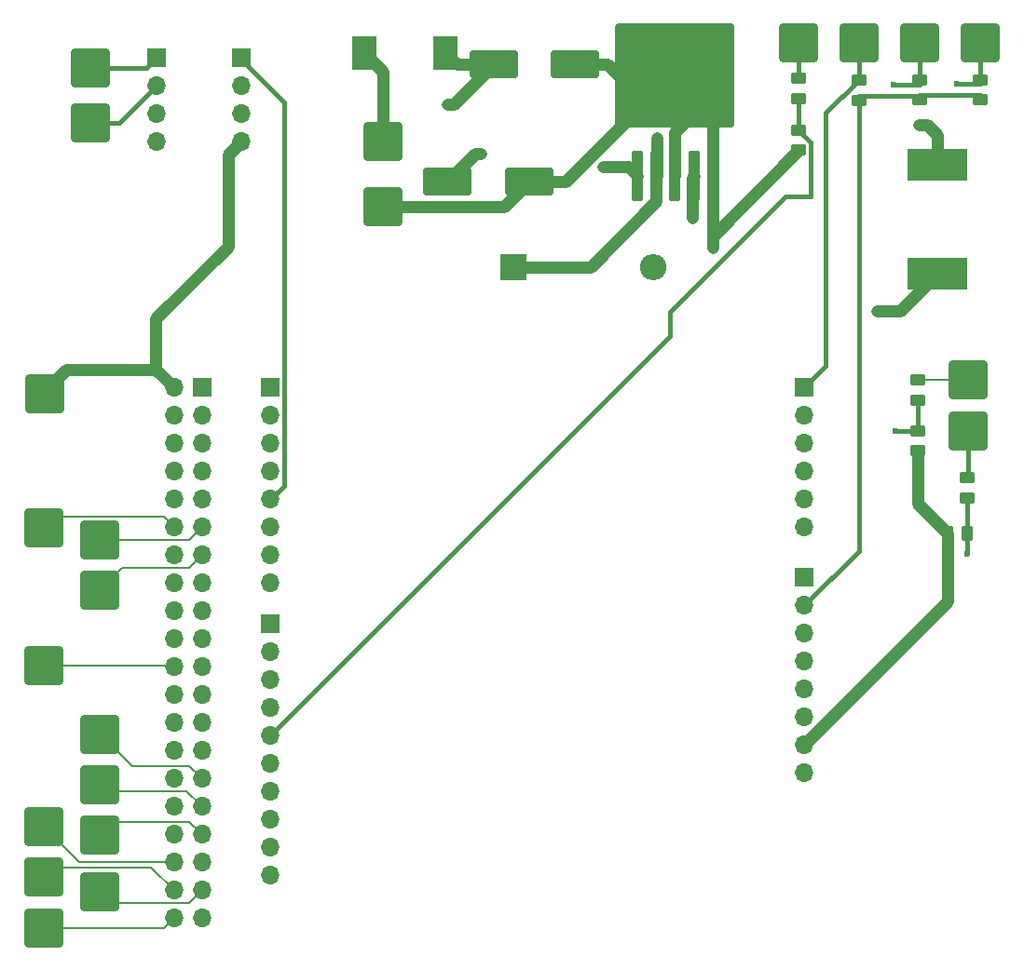
<source format=gbr>
%TF.GenerationSoftware,KiCad,Pcbnew,8.0.2*%
%TF.CreationDate,2024-06-28T22:02:35+02:00*%
%TF.ProjectId,Leiterkarte,4c656974-6572-46b6-9172-74652e6b6963,rev?*%
%TF.SameCoordinates,Original*%
%TF.FileFunction,Copper,L1,Top*%
%TF.FilePolarity,Positive*%
%FSLAX46Y46*%
G04 Gerber Fmt 4.6, Leading zero omitted, Abs format (unit mm)*
G04 Created by KiCad (PCBNEW 8.0.2) date 2024-06-28 22:02:35*
%MOMM*%
%LPD*%
G01*
G04 APERTURE LIST*
G04 Aperture macros list*
%AMRoundRect*
0 Rectangle with rounded corners*
0 $1 Rounding radius*
0 $2 $3 $4 $5 $6 $7 $8 $9 X,Y pos of 4 corners*
0 Add a 4 corners polygon primitive as box body*
4,1,4,$2,$3,$4,$5,$6,$7,$8,$9,$2,$3,0*
0 Add four circle primitives for the rounded corners*
1,1,$1+$1,$2,$3*
1,1,$1+$1,$4,$5*
1,1,$1+$1,$6,$7*
1,1,$1+$1,$8,$9*
0 Add four rect primitives between the rounded corners*
20,1,$1+$1,$2,$3,$4,$5,0*
20,1,$1+$1,$4,$5,$6,$7,0*
20,1,$1+$1,$6,$7,$8,$9,0*
20,1,$1+$1,$8,$9,$2,$3,0*%
G04 Aperture macros list end*
%TA.AperFunction,SMDPad,CuDef*%
%ADD10R,2.300000X3.100000*%
%TD*%
%TA.AperFunction,ComponentPad*%
%ADD11R,2.400000X2.400000*%
%TD*%
%TA.AperFunction,ComponentPad*%
%ADD12O,2.400000X2.400000*%
%TD*%
%TA.AperFunction,SMDPad,CuDef*%
%ADD13R,5.400000X2.900000*%
%TD*%
%TA.AperFunction,SMDPad,CuDef*%
%ADD14RoundRect,0.250000X-1.950000X-1.000000X1.950000X-1.000000X1.950000X1.000000X-1.950000X1.000000X0*%
%TD*%
%TA.AperFunction,ComponentPad*%
%ADD15RoundRect,0.250002X-1.499998X-1.499998X1.499998X-1.499998X1.499998X1.499998X-1.499998X1.499998X0*%
%TD*%
%TA.AperFunction,ComponentPad*%
%ADD16RoundRect,0.250002X1.499998X1.499998X-1.499998X1.499998X-1.499998X-1.499998X1.499998X-1.499998X0*%
%TD*%
%TA.AperFunction,SMDPad,CuDef*%
%ADD17RoundRect,0.250000X0.450000X-0.262500X0.450000X0.262500X-0.450000X0.262500X-0.450000X-0.262500X0*%
%TD*%
%TA.AperFunction,SMDPad,CuDef*%
%ADD18RoundRect,0.250000X-0.450000X0.262500X-0.450000X-0.262500X0.450000X-0.262500X0.450000X0.262500X0*%
%TD*%
%TA.AperFunction,ComponentPad*%
%ADD19O,1.700000X1.700000*%
%TD*%
%TA.AperFunction,ComponentPad*%
%ADD20R,1.700000X1.700000*%
%TD*%
%TA.AperFunction,SMDPad,CuDef*%
%ADD21RoundRect,0.250000X0.262500X0.450000X-0.262500X0.450000X-0.262500X-0.450000X0.262500X-0.450000X0*%
%TD*%
%TA.AperFunction,SMDPad,CuDef*%
%ADD22RoundRect,0.250000X0.300000X-2.050000X0.300000X2.050000X-0.300000X2.050000X-0.300000X-2.050000X0*%
%TD*%
%TA.AperFunction,SMDPad,CuDef*%
%ADD23RoundRect,0.250000X2.375000X-2.025000X2.375000X2.025000X-2.375000X2.025000X-2.375000X-2.025000X0*%
%TD*%
%TA.AperFunction,SMDPad,CuDef*%
%ADD24RoundRect,0.250002X5.149998X-4.449998X5.149998X4.449998X-5.149998X4.449998X-5.149998X-4.449998X0*%
%TD*%
%TA.AperFunction,ViaPad*%
%ADD25C,0.600000*%
%TD*%
%TA.AperFunction,Conductor*%
%ADD26C,1.100000*%
%TD*%
%TA.AperFunction,Conductor*%
%ADD27C,0.200000*%
%TD*%
%TA.AperFunction,Conductor*%
%ADD28C,0.400000*%
%TD*%
G04 APERTURE END LIST*
D10*
%TO.P,F2,1*%
%TO.N,BOARD_VIN*%
X126300000Y-63775000D03*
%TO.P,F2,2*%
%TO.N,Net-(U1-VIN)*%
X133700000Y-63775000D03*
%TD*%
D11*
%TO.P,D2,1,K*%
%TO.N,Net-(D2-K)*%
X139850000Y-83200000D03*
D12*
%TO.P,D2,2,A*%
%TO.N,BRD_GND*%
X152550000Y-83200000D03*
%TD*%
D13*
%TO.P,L1,1,1*%
%TO.N,Net-(D2-K)*%
X178400000Y-73900000D03*
%TO.P,L1,2,2*%
%TO.N,5V_OUT*%
X178400000Y-83800000D03*
%TD*%
D14*
%TO.P,C2,2*%
%TO.N,BRD_GND*%
X141300000Y-75400000D03*
%TO.P,C2,1*%
%TO.N,5V_OUT*%
X133900000Y-75400000D03*
%TD*%
%TO.P,C1,1*%
%TO.N,Net-(U1-VIN)*%
X138100000Y-64800000D03*
%TO.P,C1,2*%
%TO.N,BRD_GND*%
X145500000Y-64800000D03*
%TD*%
D15*
%TO.P,RBLINK_1,1,Pin_1*%
%TO.N,RBLINK_In*%
X181200000Y-98100000D03*
%TD*%
%TO.P,VIN1,1,Pin_1*%
%TO.N,BOARD_VIN*%
X128000000Y-71800000D03*
%TD*%
%TO.P,GND1,1,Pin_1*%
%TO.N,BRD_GND*%
X128000000Y-77700000D03*
%TD*%
%TO.P,J27,1,Pin_1*%
%TO.N,Net-(J27-Pin_1)*%
X97200000Y-143300000D03*
%TD*%
%TO.P,J26,1,Pin_1*%
%TO.N,Net-(J26-Pin_1)*%
X97200000Y-138700000D03*
%TD*%
%TO.P,J25,1,Pin_1*%
%TO.N,Net-(J25-Pin_1)*%
X97200000Y-134100000D03*
%TD*%
%TO.P,J24,1,Pin_1*%
%TO.N,Net-(J24-Pin_1)*%
X97200000Y-119500000D03*
%TD*%
%TO.P,J23,1,Pin_1*%
%TO.N,Net-(J23-Pin_1)*%
X97200000Y-106900000D03*
%TD*%
%TO.P,J21,1,Pin_1*%
%TO.N,5V_OUT*%
X97300000Y-94700000D03*
%TD*%
%TO.P,J20,1,Pin_1*%
%TO.N,Net-(J20-Pin_1)*%
X102300000Y-140000000D03*
%TD*%
%TO.P,J19,1,Pin_1*%
%TO.N,Net-(J19-Pin_1)*%
X102300000Y-134900000D03*
%TD*%
%TO.P,J18,1,Pin_1*%
%TO.N,Net-(J18-Pin_1)*%
X102300000Y-130300000D03*
%TD*%
%TO.P,J17,1,Pin_1*%
%TO.N,Net-(J17-Pin_1)*%
X102300000Y-125700000D03*
%TD*%
%TO.P,J16,1,Pin_1*%
%TO.N,Net-(J16-Pin_1)*%
X102300000Y-112600000D03*
%TD*%
%TO.P,J15,1,Pin_1*%
%TO.N,Net-(J15-Pin_1)*%
X102300000Y-108000000D03*
%TD*%
%TO.P,RPM_1,1,Pin_1*%
%TO.N,RPM_In*%
X165800000Y-62800000D03*
%TD*%
%TO.P,FUEL_1,1,Pin_1*%
%TO.N,FUEL_In*%
X171300000Y-62800000D03*
%TD*%
%TO.P,OIL_1,1,Pin_1*%
%TO.N,OIL_In*%
X176800000Y-62800000D03*
%TD*%
%TO.P,TEMP_1,1,Pin_1*%
%TO.N,TEMP_In*%
X182300000Y-62800000D03*
%TD*%
%TO.P,LBLINK_1,1,Pin_1*%
%TO.N,LBLINK_In*%
X181170000Y-93500000D03*
%TD*%
%TO.P,SPEED-_1,1,Pin_1*%
%TO.N,SPEED-_In*%
X101470000Y-65090000D03*
%TD*%
D16*
%TO.P,SPEED+_1,1,Pin_1*%
%TO.N,SPEED+_In*%
X101450000Y-70070000D03*
%TD*%
D17*
%TO.P,R5,2*%
%TO.N,TEMP_In*%
X182280000Y-66177500D03*
%TO.P,R5,1*%
%TO.N,ARD_5V*%
X182280000Y-68002500D03*
%TD*%
%TO.P,R4,2*%
%TO.N,OIL_In*%
X176780000Y-66197500D03*
%TO.P,R4,1*%
%TO.N,ARD_5V*%
X176780000Y-68022500D03*
%TD*%
%TO.P,R3,2*%
%TO.N,FUEL_In*%
X171270000Y-66207500D03*
%TO.P,R3,1*%
%TO.N,ARD_5V*%
X171270000Y-68032500D03*
%TD*%
D18*
%TO.P,R7,2*%
%TO.N,RBLINK_Out*%
X181160000Y-104185000D03*
%TO.P,R7,1*%
%TO.N,RBLINK_In*%
X181160000Y-102360000D03*
%TD*%
%TO.P,R6,2*%
%TO.N,LBLINK_Out*%
X176610000Y-95295000D03*
%TO.P,R6,1*%
%TO.N,LBLINK_In*%
X176610000Y-93470000D03*
%TD*%
D19*
%TO.P,J12,4,Pin_4*%
%TO.N,5V_OUT*%
X115170000Y-71795000D03*
%TO.P,J12,3,Pin_3*%
%TO.N,BRD_GND*%
X115170000Y-69255000D03*
%TO.P,J12,2,Pin_2*%
%TO.N,unconnected-(J12-Pin_2-Pad2)*%
X115170000Y-66715000D03*
D20*
%TO.P,J12,1,Pin_1*%
%TO.N,SPEED_Out*%
X115170000Y-64175000D03*
%TD*%
D21*
%TO.P,R9,2*%
%TO.N,BRD_GND*%
X179335000Y-107460000D03*
%TO.P,R9,1*%
%TO.N,RBLINK_Out*%
X181160000Y-107460000D03*
%TD*%
D22*
%TO.P,U1,5,~{ON}/OFF*%
%TO.N,BRD_GND*%
X157970000Y-74925000D03*
%TO.P,U1,4,FB*%
%TO.N,5V_OUT*%
X156270000Y-74925000D03*
D23*
%TO.P,U1,3,GND*%
%TO.N,BRD_GND*%
X157345000Y-63350000D03*
X151795000Y-63350000D03*
D24*
X154570000Y-65775000D03*
D23*
X157345000Y-68200000D03*
X151795000Y-68200000D03*
D22*
X154570000Y-74925000D03*
%TO.P,U1,2,OUT*%
%TO.N,Net-(D2-K)*%
X152870000Y-74925000D03*
%TO.P,U1,1,VIN*%
%TO.N,Net-(U1-VIN)*%
X151170000Y-74925000D03*
%TD*%
D18*
%TO.P,R1,2*%
%TO.N,RPM_Out*%
X165770000Y-67900000D03*
%TO.P,R1,1*%
%TO.N,RPM_In*%
X165770000Y-66075000D03*
%TD*%
%TO.P,R2,2*%
%TO.N,BRD_GND*%
X165770000Y-72600000D03*
%TO.P,R2,1*%
%TO.N,RPM_Out*%
X165770000Y-70775000D03*
%TD*%
%TO.P,R8,2*%
%TO.N,BRD_GND*%
X176620000Y-99935000D03*
%TO.P,R8,1*%
%TO.N,LBLINK_Out*%
X176620000Y-98110000D03*
%TD*%
D20*
%TO.P,J5,1,Pin_1*%
%TO.N,unconnected-(J5-Pin_1-Pad1)*%
X111570000Y-94175000D03*
D19*
%TO.P,J5,2,Pin_2*%
%TO.N,5V_OUT*%
X109030000Y-94175000D03*
%TO.P,J5,3,Pin_3*%
%TO.N,unconnected-(J5-Pin_3-Pad3)*%
X111570000Y-96715000D03*
%TO.P,J5,4,Pin_4*%
%TO.N,unconnected-(J5-Pin_4-Pad4)*%
X109030000Y-96715000D03*
%TO.P,J5,5,Pin_5*%
%TO.N,unconnected-(J5-Pin_5-Pad5)*%
X111570000Y-99255000D03*
%TO.P,J5,6,Pin_6*%
%TO.N,unconnected-(J5-Pin_6-Pad6)*%
X109030000Y-99255000D03*
%TO.P,J5,7,Pin_7*%
%TO.N,unconnected-(J5-Pin_7-Pad7)*%
X111570000Y-101795000D03*
%TO.P,J5,8,Pin_8*%
%TO.N,unconnected-(J5-Pin_8-Pad8)*%
X109030000Y-101795000D03*
%TO.P,J5,9,Pin_9*%
%TO.N,BRD_GND*%
X111570000Y-104335000D03*
%TO.P,J5,10,Pin_10*%
%TO.N,unconnected-(J5-Pin_10-Pad10)*%
X109030000Y-104335000D03*
%TO.P,J5,11,Pin_11*%
%TO.N,Net-(J15-Pin_1)*%
X111570000Y-106875000D03*
%TO.P,J5,12,Pin_12*%
%TO.N,Net-(J23-Pin_1)*%
X109030000Y-106875000D03*
%TO.P,J5,13,Pin_13*%
%TO.N,Net-(J16-Pin_1)*%
X111570000Y-109415000D03*
%TO.P,J5,14,Pin_14*%
%TO.N,unconnected-(J5-Pin_14-Pad14)*%
X109030000Y-109415000D03*
%TO.P,J5,15,Pin_15*%
%TO.N,unconnected-(J5-Pin_15-Pad15)*%
X111570000Y-111955000D03*
%TO.P,J5,16,Pin_16*%
%TO.N,unconnected-(J5-Pin_16-Pad16)*%
X109030000Y-111955000D03*
%TO.P,J5,17,Pin_17*%
%TO.N,unconnected-(J5-Pin_17-Pad17)*%
X111570000Y-114495000D03*
%TO.P,J5,18,Pin_18*%
%TO.N,unconnected-(J5-Pin_18-Pad18)*%
X109030000Y-114495000D03*
%TO.P,J5,19,Pin_19*%
%TO.N,unconnected-(J5-Pin_19-Pad19)*%
X111570000Y-117035000D03*
%TO.P,J5,20,Pin_20*%
%TO.N,unconnected-(J5-Pin_20-Pad20)*%
X109030000Y-117035000D03*
%TO.P,J5,21,Pin_21*%
%TO.N,unconnected-(J5-Pin_21-Pad21)*%
X111570000Y-119575000D03*
%TO.P,J5,22,Pin_22*%
%TO.N,Net-(J24-Pin_1)*%
X109030000Y-119575000D03*
%TO.P,J5,23,Pin_23*%
%TO.N,unconnected-(J5-Pin_23-Pad23)*%
X111570000Y-122115000D03*
%TO.P,J5,24,Pin_24*%
%TO.N,unconnected-(J5-Pin_24-Pad24)*%
X109030000Y-122115000D03*
%TO.P,J5,25,Pin_25*%
%TO.N,unconnected-(J5-Pin_25-Pad25)*%
X111570000Y-124655000D03*
%TO.P,J5,26,Pin_26*%
%TO.N,unconnected-(J5-Pin_26-Pad26)*%
X109030000Y-124655000D03*
%TO.P,J5,27,Pin_27*%
%TO.N,unconnected-(J5-Pin_27-Pad27)*%
X111570000Y-127195000D03*
%TO.P,J5,28,Pin_28*%
%TO.N,unconnected-(J5-Pin_28-Pad28)*%
X109030000Y-127195000D03*
%TO.P,J5,29,Pin_29*%
%TO.N,Net-(J17-Pin_1)*%
X111570000Y-129735000D03*
%TO.P,J5,30,Pin_30*%
%TO.N,unconnected-(J5-Pin_30-Pad30)*%
X109030000Y-129735000D03*
%TO.P,J5,31,Pin_31*%
%TO.N,Net-(J18-Pin_1)*%
X111570000Y-132275000D03*
%TO.P,J5,32,Pin_32*%
%TO.N,unconnected-(J5-Pin_32-Pad32)*%
X109030000Y-132275000D03*
%TO.P,J5,33,Pin_33*%
%TO.N,Net-(J19-Pin_1)*%
X111570000Y-134815000D03*
%TO.P,J5,34,Pin_34*%
%TO.N,unconnected-(J5-Pin_34-Pad34)*%
X109030000Y-134815000D03*
%TO.P,J5,35,Pin_35*%
%TO.N,unconnected-(J5-Pin_35-Pad35)*%
X111570000Y-137355000D03*
%TO.P,J5,36,Pin_36*%
%TO.N,Net-(J25-Pin_1)*%
X109030000Y-137355000D03*
%TO.P,J5,37,Pin_37*%
%TO.N,Net-(J20-Pin_1)*%
X111570000Y-139895000D03*
%TO.P,J5,38,Pin_38*%
%TO.N,Net-(J26-Pin_1)*%
X109030000Y-139895000D03*
%TO.P,J5,39,Pin_39*%
%TO.N,unconnected-(J5-Pin_39-Pad39)*%
X111570000Y-142435000D03*
%TO.P,J5,40,Pin_40*%
%TO.N,Net-(J27-Pin_1)*%
X109030000Y-142435000D03*
%TD*%
%TO.P,J3,8,Pin_8*%
%TO.N,unconnected-(J3-Pin_8-Pad8)*%
X166320000Y-129205000D03*
%TO.P,J3,7,Pin_7*%
%TO.N,BRD_GND*%
X166320000Y-126665000D03*
%TO.P,J3,6,Pin_6*%
%TO.N,unconnected-(J3-Pin_6-Pad6)*%
X166320000Y-124125000D03*
%TO.P,J3,5,Pin_5*%
%TO.N,unconnected-(J3-Pin_5-Pad5)*%
X166320000Y-121585000D03*
%TO.P,J3,4,Pin_4*%
%TO.N,unconnected-(J3-Pin_4-Pad4)*%
X166320000Y-119045000D03*
%TO.P,J3,3,Pin_3*%
%TO.N,unconnected-(J3-Pin_3-Pad3)*%
X166320000Y-116505000D03*
%TO.P,J3,2,Pin_2*%
%TO.N,ARD_5V*%
X166320000Y-113965000D03*
D20*
%TO.P,J3,1,Pin_1*%
%TO.N,unconnected-(J3-Pin_1-Pad1)*%
X166320000Y-111425000D03*
%TD*%
D19*
%TO.P,J2,8,Pin_8*%
%TO.N,unconnected-(J2-Pin_8-Pad8)*%
X117820000Y-111955000D03*
%TO.P,J2,7,Pin_7*%
%TO.N,unconnected-(J2-Pin_7-Pad7)*%
X117820000Y-109415000D03*
%TO.P,J2,6,Pin_6*%
%TO.N,unconnected-(J2-Pin_6-Pad6)*%
X117820000Y-106875000D03*
%TO.P,J2,5,Pin_5*%
%TO.N,SPEED_Out*%
X117820000Y-104335000D03*
%TO.P,J2,4,Pin_4*%
%TO.N,unconnected-(J2-Pin_4-Pad4)*%
X117820000Y-101795000D03*
%TO.P,J2,3,Pin_3*%
%TO.N,unconnected-(J2-Pin_3-Pad3)*%
X117820000Y-99255000D03*
%TO.P,J2,2,Pin_2*%
%TO.N,unconnected-(J2-Pin_2-Pad2)*%
X117820000Y-96715000D03*
D20*
%TO.P,J2,1,Pin_1*%
%TO.N,unconnected-(J2-Pin_1-Pad1)*%
X117820000Y-94175000D03*
%TD*%
D19*
%TO.P,J4,6,Pin_6*%
%TO.N,unconnected-(J4-Pin_6-Pad6)*%
X166320000Y-106875000D03*
%TO.P,J4,5,Pin_5*%
%TO.N,unconnected-(J4-Pin_5-Pad5)*%
X166320000Y-104335000D03*
%TO.P,J4,4,Pin_4*%
%TO.N,unconnected-(J4-Pin_4-Pad4)*%
X166320000Y-101795000D03*
%TO.P,J4,3,Pin_3*%
%TO.N,TEMP_In*%
X166320000Y-99255000D03*
%TO.P,J4,2,Pin_2*%
%TO.N,OIL_In*%
X166320000Y-96715000D03*
D20*
%TO.P,J4,1,Pin_1*%
%TO.N,FUEL_In*%
X166320000Y-94175000D03*
%TD*%
D19*
%TO.P,J1,10,Pin_10*%
%TO.N,unconnected-(J1-Pin_10-Pad10)*%
X117820000Y-138535000D03*
%TO.P,J1,9,Pin_9*%
%TO.N,RBLINK_Out*%
X117820000Y-135995000D03*
%TO.P,J1,8,Pin_8*%
%TO.N,unconnected-(J1-Pin_8-Pad8)*%
X117820000Y-133455000D03*
%TO.P,J1,7,Pin_7*%
%TO.N,LBLINK_Out*%
X117820000Y-130915000D03*
%TO.P,J1,6,Pin_6*%
%TO.N,unconnected-(J1-Pin_6-Pad6)*%
X117820000Y-128375000D03*
%TO.P,J1,5,Pin_5*%
%TO.N,RPM_Out*%
X117820000Y-125835000D03*
%TO.P,J1,4,Pin_4*%
%TO.N,unconnected-(J1-Pin_4-Pad4)*%
X117820000Y-123295000D03*
%TO.P,J1,3,Pin_3*%
%TO.N,unconnected-(J1-Pin_3-Pad3)*%
X117820000Y-120755000D03*
%TO.P,J1,2,Pin_2*%
%TO.N,unconnected-(J1-Pin_2-Pad2)*%
X117820000Y-118215000D03*
D20*
%TO.P,J1,1,Pin_1*%
%TO.N,unconnected-(J1-Pin_1-Pad1)*%
X117820000Y-115675000D03*
%TD*%
D19*
%TO.P,J11,4,Pin_4*%
%TO.N,unconnected-(J11-Pin_4-Pad4)*%
X107420000Y-71795000D03*
%TO.P,J11,3,Pin_3*%
%TO.N,unconnected-(J11-Pin_3-Pad3)*%
X107420000Y-69255000D03*
%TO.P,J11,2,Pin_2*%
%TO.N,SPEED+_In*%
X107420000Y-66715000D03*
D20*
%TO.P,J11,1,Pin_1*%
%TO.N,SPEED-_In*%
X107420000Y-64175000D03*
%TD*%
D25*
%TO.N,Net-(D2-K)*%
X152900000Y-71500000D03*
X176700000Y-70300000D03*
%TO.N,5V_OUT*%
X172900000Y-87200000D03*
X136900000Y-72900000D03*
%TO.N,Net-(U1-VIN)*%
X133900000Y-68400000D03*
X148000000Y-74100000D03*
%TO.N,5V_OUT*%
X156100000Y-78700000D03*
%TO.N,BRD_GND*%
X157970000Y-81475000D03*
%TO.N,LBLINK_Out*%
X174620000Y-98110000D03*
%TO.N,RBLINK_Out*%
X181160000Y-109320000D03*
%TO.N,TEMP_In*%
X180190000Y-66590000D03*
%TO.N,OIL_In*%
X174410000Y-66600000D03*
%TD*%
D26*
%TO.N,Net-(U1-VIN)*%
X134725000Y-64800000D02*
X133700000Y-63775000D01*
X138100000Y-64800000D02*
X134725000Y-64800000D01*
%TO.N,BOARD_VIN*%
X128000000Y-65475000D02*
X126300000Y-63775000D01*
X128000000Y-71800000D02*
X128000000Y-65475000D01*
%TO.N,Net-(D2-K)*%
X146895000Y-83200000D02*
X146029744Y-83200000D01*
X152870000Y-77225000D02*
X146895000Y-83200000D01*
X152870000Y-74925000D02*
X152870000Y-77225000D01*
X152870000Y-76359744D02*
X152870000Y-74925000D01*
X139850000Y-83200000D02*
X146029744Y-83200000D01*
%TO.N,BRD_GND*%
X145500000Y-64800000D02*
X148395000Y-64800000D01*
X148395000Y-64800000D02*
X151795000Y-68200000D01*
%TO.N,Net-(D2-K)*%
X152900000Y-74895000D02*
X152870000Y-74925000D01*
X152900000Y-71500000D02*
X152900000Y-74895000D01*
X177500000Y-70300000D02*
X176700000Y-70300000D01*
X178400000Y-71200000D02*
X177500000Y-70300000D01*
X178400000Y-73900000D02*
X178400000Y-71200000D01*
%TO.N,5V_OUT*%
X175000000Y-87200000D02*
X178400000Y-83800000D01*
X172900000Y-87200000D02*
X175000000Y-87200000D01*
%TO.N,BRD_GND*%
X141300000Y-75400000D02*
X139000000Y-77700000D01*
X139000000Y-77700000D02*
X128000000Y-77700000D01*
X144595000Y-75400000D02*
X151795000Y-68200000D01*
X141300000Y-75400000D02*
X144595000Y-75400000D01*
%TO.N,5V_OUT*%
X136400000Y-72900000D02*
X133900000Y-75400000D01*
X136900000Y-72900000D02*
X136400000Y-72900000D01*
%TO.N,Net-(U1-VIN)*%
X134500000Y-68400000D02*
X138100000Y-64800000D01*
X133900000Y-68400000D02*
X134500000Y-68400000D01*
X133900000Y-63782500D02*
X133907500Y-63775000D01*
D27*
%TO.N,Net-(J15-Pin_1)*%
X102325000Y-108025000D02*
X102300000Y-108000000D01*
X111570000Y-106875000D02*
X110420000Y-108025000D01*
X110420000Y-108025000D02*
X102325000Y-108025000D01*
D28*
%TO.N,RPM_In*%
X165770000Y-62830000D02*
X165800000Y-62800000D01*
X165770000Y-66075000D02*
X165770000Y-62830000D01*
%TO.N,FUEL_In*%
X171270000Y-62830000D02*
X171300000Y-62800000D01*
X171270000Y-66207500D02*
X171270000Y-62830000D01*
%TO.N,OIL_In*%
X176800000Y-66177500D02*
X176780000Y-66197500D01*
X176800000Y-62800000D02*
X176800000Y-66177500D01*
%TO.N,TEMP_In*%
X182280000Y-62820000D02*
X182300000Y-62800000D01*
X182280000Y-66177500D02*
X182280000Y-62820000D01*
D27*
%TO.N,LBLINK_In*%
X181140000Y-93470000D02*
X181170000Y-93500000D01*
X176610000Y-93470000D02*
X181140000Y-93470000D01*
D26*
%TO.N,5V_OUT*%
X107405000Y-87902919D02*
X113967919Y-81340000D01*
X107405000Y-92550000D02*
X107405000Y-87902919D01*
X113967919Y-81340000D02*
X113967919Y-72997081D01*
X113967919Y-72997081D02*
X115170000Y-71795000D01*
D28*
%TO.N,RPM_Out*%
X166870000Y-71875000D02*
X166870000Y-76785000D01*
X166870000Y-76785000D02*
X164590000Y-76785000D01*
X165770000Y-70775000D02*
X166870000Y-71875000D01*
X164590000Y-76785000D02*
X154125000Y-87250000D01*
X154125000Y-87250000D02*
X154125000Y-89530000D01*
X154125000Y-89530000D02*
X117820000Y-125835000D01*
D26*
%TO.N,Net-(U1-VIN)*%
X150345000Y-74100000D02*
X151170000Y-74925000D01*
X148000000Y-74100000D02*
X150345000Y-74100000D01*
D28*
%TO.N,SPEED_Out*%
X119070000Y-103085000D02*
X117820000Y-104335000D01*
X119070000Y-68205000D02*
X119070000Y-103085000D01*
X115170000Y-64305000D02*
X119070000Y-68205000D01*
D26*
%TO.N,BRD_GND*%
X157970000Y-68825000D02*
X157970000Y-74925000D01*
X157345000Y-68200000D02*
X157970000Y-68825000D01*
X154570000Y-70975000D02*
X154570000Y-74925000D01*
X154570000Y-70975000D02*
X157345000Y-68200000D01*
%TO.N,5V_OUT*%
X156100000Y-75095000D02*
X156270000Y-74925000D01*
X156100000Y-78700000D02*
X156100000Y-75095000D01*
D28*
%TO.N,FUEL_In*%
X168270000Y-92225000D02*
X168270000Y-69207500D01*
X166320000Y-94175000D02*
X168270000Y-92225000D01*
X168270000Y-69207500D02*
X171270000Y-66207500D01*
D27*
%TO.N,Net-(J27-Pin_1)*%
X108165000Y-143300000D02*
X109030000Y-142435000D01*
X97200000Y-143300000D02*
X108165000Y-143300000D01*
%TO.N,Net-(J20-Pin_1)*%
X103445000Y-141045000D02*
X110420000Y-141045000D01*
X102300000Y-139900000D02*
X103445000Y-141045000D01*
X110420000Y-141045000D02*
X111570000Y-139895000D01*
%TO.N,Net-(J26-Pin_1)*%
X106985000Y-137850000D02*
X109030000Y-139895000D01*
X98050000Y-137850000D02*
X106985000Y-137850000D01*
X97200000Y-138700000D02*
X98050000Y-137850000D01*
%TO.N,Net-(J25-Pin_1)*%
X100455000Y-137355000D02*
X109030000Y-137355000D01*
X97200000Y-134100000D02*
X100455000Y-137355000D01*
%TO.N,Net-(J19-Pin_1)*%
X110420000Y-133665000D02*
X111570000Y-134815000D01*
X103435000Y-133665000D02*
X110420000Y-133665000D01*
X102300000Y-134800000D02*
X103435000Y-133665000D01*
%TO.N,Net-(J18-Pin_1)*%
X110180000Y-130885000D02*
X111570000Y-132275000D01*
X102985000Y-130885000D02*
X110180000Y-130885000D01*
X102300000Y-130200000D02*
X102985000Y-130885000D01*
%TO.N,Net-(J17-Pin_1)*%
X110420000Y-128585000D02*
X111570000Y-129735000D01*
X102300000Y-125600000D02*
X105285000Y-128585000D01*
X105285000Y-128585000D02*
X110420000Y-128585000D01*
%TO.N,Net-(J24-Pin_1)*%
X108955000Y-119500000D02*
X109030000Y-119575000D01*
X97200000Y-119500000D02*
X108955000Y-119500000D01*
%TO.N,Net-(J16-Pin_1)*%
X110420000Y-110565000D02*
X104335000Y-110565000D01*
X111570000Y-109415000D02*
X110420000Y-110565000D01*
X104335000Y-110565000D02*
X102300000Y-112600000D01*
%TO.N,Net-(J23-Pin_1)*%
X108105000Y-105950000D02*
X109030000Y-106875000D01*
X98150000Y-105950000D02*
X108105000Y-105950000D01*
X97200000Y-106900000D02*
X98150000Y-105950000D01*
D26*
%TO.N,5V_OUT*%
X107405000Y-92550000D02*
X109030000Y-94175000D01*
X99250000Y-92550000D02*
X107405000Y-92550000D01*
X97200000Y-94600000D02*
X99250000Y-92550000D01*
%TO.N,BRD_GND*%
X157970000Y-74925000D02*
X157970000Y-80390000D01*
D27*
X157970000Y-80390000D02*
X157975000Y-80395000D01*
X157867500Y-81372500D02*
X157970000Y-81475000D01*
D26*
X179335000Y-107460000D02*
X179335000Y-113650000D01*
X176620000Y-104745000D02*
X179335000Y-107460000D01*
D27*
X157975000Y-81470000D02*
X157970000Y-81475000D01*
D26*
X179335000Y-113650000D02*
X166320000Y-126665000D01*
X157975000Y-80395000D02*
X165770000Y-72600000D01*
X176620000Y-99935000D02*
X176620000Y-104745000D01*
D27*
X149732500Y-68200000D02*
X151795000Y-68200000D01*
%TO.N,unconnected-(J5-Pin_6-Pad6)*%
X108760000Y-99525000D02*
X109030000Y-99255000D01*
D26*
%TO.N,BRD_GND*%
X157975000Y-80395000D02*
X157975000Y-81470000D01*
D28*
%TO.N,LBLINK_Out*%
X176610000Y-95295000D02*
X176610000Y-98100000D01*
D27*
X176610000Y-98100000D02*
X176620000Y-98110000D01*
D28*
X176620000Y-98110000D02*
X174620000Y-98110000D01*
%TO.N,RBLINK_Out*%
X181160000Y-104185000D02*
X181160000Y-107460000D01*
X181160000Y-107460000D02*
X181160000Y-109320000D01*
%TO.N,ARD_5V*%
X176780000Y-67620000D02*
X171280000Y-67620000D01*
X171270000Y-67630000D02*
X171270000Y-109015000D01*
X182280000Y-67600000D02*
X176800000Y-67600000D01*
D27*
X176800000Y-67600000D02*
X176780000Y-67620000D01*
X171280000Y-67620000D02*
X171270000Y-67630000D01*
D28*
X171270000Y-109015000D02*
X166320000Y-113965000D01*
D27*
%TO.N,Net-(D2-K)*%
X152870000Y-74925000D02*
X152870000Y-73490256D01*
D28*
%TO.N,RPM_Out*%
X165770000Y-67900000D02*
X165770000Y-70775000D01*
%TO.N,TEMP_In*%
X182280000Y-66580000D02*
X180200000Y-66580000D01*
D27*
X182270000Y-66570000D02*
X182280000Y-66580000D01*
X180200000Y-66580000D02*
X180190000Y-66590000D01*
%TO.N,OIL_In*%
X176770000Y-66590000D02*
X176780000Y-66600000D01*
D28*
X176780000Y-66600000D02*
X174410000Y-66600000D01*
D27*
%TO.N,Net-(U1-VIN)*%
X151170000Y-73975000D02*
X151170000Y-74925000D01*
%TO.N,unconnected-(J5-Pin_4-Pad4)*%
X108970000Y-96775000D02*
X109030000Y-96715000D01*
D28*
%TO.N,RBLINK_In*%
X181170000Y-98080000D02*
X181170000Y-102350000D01*
D27*
X181170000Y-102350000D02*
X181160000Y-102360000D01*
D28*
%TO.N,SPEED-_In*%
X101470000Y-65090000D02*
X106505000Y-65090000D01*
X106505000Y-65090000D02*
X107420000Y-64175000D01*
%TO.N,SPEED+_In*%
X101450000Y-70070000D02*
X104065000Y-70070000D01*
X104065000Y-70070000D02*
X107420000Y-66715000D01*
%TD*%
M02*

</source>
